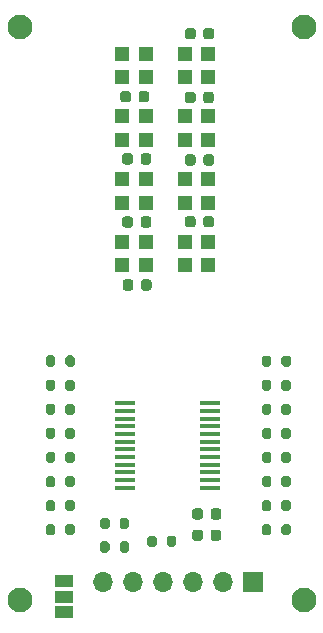
<source format=gts>
%TF.GenerationSoftware,KiCad,Pcbnew,(5.1.12)-1*%
%TF.CreationDate,2021-12-20T11:42:42-08:00*%
%TF.ProjectId,HighPressureSensorArray,48696768-5072-4657-9373-75726553656e,rev?*%
%TF.SameCoordinates,Original*%
%TF.FileFunction,Soldermask,Top*%
%TF.FilePolarity,Negative*%
%FSLAX46Y46*%
G04 Gerber Fmt 4.6, Leading zero omitted, Abs format (unit mm)*
G04 Created by KiCad (PCBNEW (5.1.12)-1) date 2021-12-20 11:42:42*
%MOMM*%
%LPD*%
G01*
G04 APERTURE LIST*
%ADD10R,1.750000X0.450000*%
%ADD11R,1.300000X1.300000*%
%ADD12C,2.100000*%
%ADD13R,1.500000X1.000000*%
%ADD14R,1.700000X1.700000*%
%ADD15O,1.700000X1.700000*%
G04 APERTURE END LIST*
G36*
G01*
X127525000Y-50630000D02*
X127525000Y-50130000D01*
G75*
G02*
X127750000Y-49905000I225000J0D01*
G01*
X128200000Y-49905000D01*
G75*
G02*
X128425000Y-50130000I0J-225000D01*
G01*
X128425000Y-50630000D01*
G75*
G02*
X128200000Y-50855000I-225000J0D01*
G01*
X127750000Y-50855000D01*
G75*
G02*
X127525000Y-50630000I0J225000D01*
G01*
G37*
G36*
G01*
X125975000Y-50630000D02*
X125975000Y-50130000D01*
G75*
G02*
X126200000Y-49905000I225000J0D01*
G01*
X126650000Y-49905000D01*
G75*
G02*
X126875000Y-50130000I0J-225000D01*
G01*
X126875000Y-50630000D01*
G75*
G02*
X126650000Y-50855000I-225000J0D01*
G01*
X126200000Y-50855000D01*
G75*
G02*
X125975000Y-50630000I0J225000D01*
G01*
G37*
G36*
G01*
X126145000Y-55890000D02*
X126145000Y-55390000D01*
G75*
G02*
X126370000Y-55165000I225000J0D01*
G01*
X126820000Y-55165000D01*
G75*
G02*
X127045000Y-55390000I0J-225000D01*
G01*
X127045000Y-55890000D01*
G75*
G02*
X126820000Y-56115000I-225000J0D01*
G01*
X126370000Y-56115000D01*
G75*
G02*
X126145000Y-55890000I0J225000D01*
G01*
G37*
G36*
G01*
X127695000Y-55890000D02*
X127695000Y-55390000D01*
G75*
G02*
X127920000Y-55165000I225000J0D01*
G01*
X128370000Y-55165000D01*
G75*
G02*
X128595000Y-55390000I0J-225000D01*
G01*
X128595000Y-55890000D01*
G75*
G02*
X128370000Y-56115000I-225000J0D01*
G01*
X127920000Y-56115000D01*
G75*
G02*
X127695000Y-55890000I0J225000D01*
G01*
G37*
G36*
G01*
X127695000Y-61230000D02*
X127695000Y-60730000D01*
G75*
G02*
X127920000Y-60505000I225000J0D01*
G01*
X128370000Y-60505000D01*
G75*
G02*
X128595000Y-60730000I0J-225000D01*
G01*
X128595000Y-61230000D01*
G75*
G02*
X128370000Y-61455000I-225000J0D01*
G01*
X127920000Y-61455000D01*
G75*
G02*
X127695000Y-61230000I0J225000D01*
G01*
G37*
G36*
G01*
X126145000Y-61230000D02*
X126145000Y-60730000D01*
G75*
G02*
X126370000Y-60505000I225000J0D01*
G01*
X126820000Y-60505000D01*
G75*
G02*
X127045000Y-60730000I0J-225000D01*
G01*
X127045000Y-61230000D01*
G75*
G02*
X126820000Y-61455000I-225000J0D01*
G01*
X126370000Y-61455000D01*
G75*
G02*
X126145000Y-61230000I0J225000D01*
G01*
G37*
G36*
G01*
X126185000Y-66560000D02*
X126185000Y-66060000D01*
G75*
G02*
X126410000Y-65835000I225000J0D01*
G01*
X126860000Y-65835000D01*
G75*
G02*
X127085000Y-66060000I0J-225000D01*
G01*
X127085000Y-66560000D01*
G75*
G02*
X126860000Y-66785000I-225000J0D01*
G01*
X126410000Y-66785000D01*
G75*
G02*
X126185000Y-66560000I0J225000D01*
G01*
G37*
G36*
G01*
X127735000Y-66560000D02*
X127735000Y-66060000D01*
G75*
G02*
X127960000Y-65835000I225000J0D01*
G01*
X128410000Y-65835000D01*
G75*
G02*
X128635000Y-66060000I0J-225000D01*
G01*
X128635000Y-66560000D01*
G75*
G02*
X128410000Y-66785000I-225000J0D01*
G01*
X127960000Y-66785000D01*
G75*
G02*
X127735000Y-66560000I0J225000D01*
G01*
G37*
G36*
G01*
X132365000Y-44780000D02*
X132365000Y-45280000D01*
G75*
G02*
X132140000Y-45505000I-225000J0D01*
G01*
X131690000Y-45505000D01*
G75*
G02*
X131465000Y-45280000I0J225000D01*
G01*
X131465000Y-44780000D01*
G75*
G02*
X131690000Y-44555000I225000J0D01*
G01*
X132140000Y-44555000D01*
G75*
G02*
X132365000Y-44780000I0J-225000D01*
G01*
G37*
G36*
G01*
X133915000Y-44780000D02*
X133915000Y-45280000D01*
G75*
G02*
X133690000Y-45505000I-225000J0D01*
G01*
X133240000Y-45505000D01*
G75*
G02*
X133015000Y-45280000I0J225000D01*
G01*
X133015000Y-44780000D01*
G75*
G02*
X133240000Y-44555000I225000J0D01*
G01*
X133690000Y-44555000D01*
G75*
G02*
X133915000Y-44780000I0J-225000D01*
G01*
G37*
G36*
G01*
X133905000Y-50190000D02*
X133905000Y-50690000D01*
G75*
G02*
X133680000Y-50915000I-225000J0D01*
G01*
X133230000Y-50915000D01*
G75*
G02*
X133005000Y-50690000I0J225000D01*
G01*
X133005000Y-50190000D01*
G75*
G02*
X133230000Y-49965000I225000J0D01*
G01*
X133680000Y-49965000D01*
G75*
G02*
X133905000Y-50190000I0J-225000D01*
G01*
G37*
G36*
G01*
X132355000Y-50190000D02*
X132355000Y-50690000D01*
G75*
G02*
X132130000Y-50915000I-225000J0D01*
G01*
X131680000Y-50915000D01*
G75*
G02*
X131455000Y-50690000I0J225000D01*
G01*
X131455000Y-50190000D01*
G75*
G02*
X131680000Y-49965000I225000J0D01*
G01*
X132130000Y-49965000D01*
G75*
G02*
X132355000Y-50190000I0J-225000D01*
G01*
G37*
G36*
G01*
X133915000Y-55480000D02*
X133915000Y-55980000D01*
G75*
G02*
X133690000Y-56205000I-225000J0D01*
G01*
X133240000Y-56205000D01*
G75*
G02*
X133015000Y-55980000I0J225000D01*
G01*
X133015000Y-55480000D01*
G75*
G02*
X133240000Y-55255000I225000J0D01*
G01*
X133690000Y-55255000D01*
G75*
G02*
X133915000Y-55480000I0J-225000D01*
G01*
G37*
G36*
G01*
X132365000Y-55480000D02*
X132365000Y-55980000D01*
G75*
G02*
X132140000Y-56205000I-225000J0D01*
G01*
X131690000Y-56205000D01*
G75*
G02*
X131465000Y-55980000I0J225000D01*
G01*
X131465000Y-55480000D01*
G75*
G02*
X131690000Y-55255000I225000J0D01*
G01*
X132140000Y-55255000D01*
G75*
G02*
X132365000Y-55480000I0J-225000D01*
G01*
G37*
G36*
G01*
X132355000Y-60710000D02*
X132355000Y-61210000D01*
G75*
G02*
X132130000Y-61435000I-225000J0D01*
G01*
X131680000Y-61435000D01*
G75*
G02*
X131455000Y-61210000I0J225000D01*
G01*
X131455000Y-60710000D01*
G75*
G02*
X131680000Y-60485000I225000J0D01*
G01*
X132130000Y-60485000D01*
G75*
G02*
X132355000Y-60710000I0J-225000D01*
G01*
G37*
G36*
G01*
X133905000Y-60710000D02*
X133905000Y-61210000D01*
G75*
G02*
X133680000Y-61435000I-225000J0D01*
G01*
X133230000Y-61435000D01*
G75*
G02*
X133005000Y-61210000I0J225000D01*
G01*
X133005000Y-60710000D01*
G75*
G02*
X133230000Y-60485000I225000J0D01*
G01*
X133680000Y-60485000D01*
G75*
G02*
X133905000Y-60710000I0J-225000D01*
G01*
G37*
G36*
G01*
X132075000Y-85950000D02*
X132075000Y-85450000D01*
G75*
G02*
X132300000Y-85225000I225000J0D01*
G01*
X132750000Y-85225000D01*
G75*
G02*
X132975000Y-85450000I0J-225000D01*
G01*
X132975000Y-85950000D01*
G75*
G02*
X132750000Y-86175000I-225000J0D01*
G01*
X132300000Y-86175000D01*
G75*
G02*
X132075000Y-85950000I0J225000D01*
G01*
G37*
G36*
G01*
X133625000Y-85950000D02*
X133625000Y-85450000D01*
G75*
G02*
X133850000Y-85225000I225000J0D01*
G01*
X134300000Y-85225000D01*
G75*
G02*
X134525000Y-85450000I0J-225000D01*
G01*
X134525000Y-85950000D01*
G75*
G02*
X134300000Y-86175000I-225000J0D01*
G01*
X133850000Y-86175000D01*
G75*
G02*
X133625000Y-85950000I0J225000D01*
G01*
G37*
G36*
G01*
X133625000Y-87750000D02*
X133625000Y-87250000D01*
G75*
G02*
X133850000Y-87025000I225000J0D01*
G01*
X134300000Y-87025000D01*
G75*
G02*
X134525000Y-87250000I0J-225000D01*
G01*
X134525000Y-87750000D01*
G75*
G02*
X134300000Y-87975000I-225000J0D01*
G01*
X133850000Y-87975000D01*
G75*
G02*
X133625000Y-87750000I0J225000D01*
G01*
G37*
G36*
G01*
X132075000Y-87750000D02*
X132075000Y-87250000D01*
G75*
G02*
X132300000Y-87025000I225000J0D01*
G01*
X132750000Y-87025000D01*
G75*
G02*
X132975000Y-87250000I0J-225000D01*
G01*
X132975000Y-87750000D01*
G75*
G02*
X132750000Y-87975000I-225000J0D01*
G01*
X132300000Y-87975000D01*
G75*
G02*
X132075000Y-87750000I0J225000D01*
G01*
G37*
G36*
G01*
X138775000Y-74522958D02*
X138775000Y-75072958D01*
G75*
G02*
X138575000Y-75272958I-200000J0D01*
G01*
X138175000Y-75272958D01*
G75*
G02*
X137975000Y-75072958I0J200000D01*
G01*
X137975000Y-74522958D01*
G75*
G02*
X138175000Y-74322958I200000J0D01*
G01*
X138575000Y-74322958D01*
G75*
G02*
X138775000Y-74522958I0J-200000D01*
G01*
G37*
G36*
G01*
X140425000Y-74522958D02*
X140425000Y-75072958D01*
G75*
G02*
X140225000Y-75272958I-200000J0D01*
G01*
X139825000Y-75272958D01*
G75*
G02*
X139625000Y-75072958I0J200000D01*
G01*
X139625000Y-74522958D01*
G75*
G02*
X139825000Y-74322958I200000J0D01*
G01*
X140225000Y-74322958D01*
G75*
G02*
X140425000Y-74522958I0J-200000D01*
G01*
G37*
G36*
G01*
X140425000Y-72482142D02*
X140425000Y-73032142D01*
G75*
G02*
X140225000Y-73232142I-200000J0D01*
G01*
X139825000Y-73232142D01*
G75*
G02*
X139625000Y-73032142I0J200000D01*
G01*
X139625000Y-72482142D01*
G75*
G02*
X139825000Y-72282142I200000J0D01*
G01*
X140225000Y-72282142D01*
G75*
G02*
X140425000Y-72482142I0J-200000D01*
G01*
G37*
G36*
G01*
X138775000Y-72482142D02*
X138775000Y-73032142D01*
G75*
G02*
X138575000Y-73232142I-200000J0D01*
G01*
X138175000Y-73232142D01*
G75*
G02*
X137975000Y-73032142I0J200000D01*
G01*
X137975000Y-72482142D01*
G75*
G02*
X138175000Y-72282142I200000J0D01*
G01*
X138575000Y-72282142D01*
G75*
G02*
X138775000Y-72482142I0J-200000D01*
G01*
G37*
G36*
G01*
X140425000Y-78604590D02*
X140425000Y-79154590D01*
G75*
G02*
X140225000Y-79354590I-200000J0D01*
G01*
X139825000Y-79354590D01*
G75*
G02*
X139625000Y-79154590I0J200000D01*
G01*
X139625000Y-78604590D01*
G75*
G02*
X139825000Y-78404590I200000J0D01*
G01*
X140225000Y-78404590D01*
G75*
G02*
X140425000Y-78604590I0J-200000D01*
G01*
G37*
G36*
G01*
X138775000Y-78604590D02*
X138775000Y-79154590D01*
G75*
G02*
X138575000Y-79354590I-200000J0D01*
G01*
X138175000Y-79354590D01*
G75*
G02*
X137975000Y-79154590I0J200000D01*
G01*
X137975000Y-78604590D01*
G75*
G02*
X138175000Y-78404590I200000J0D01*
G01*
X138575000Y-78404590D01*
G75*
G02*
X138775000Y-78604590I0J-200000D01*
G01*
G37*
G36*
G01*
X138775000Y-76563774D02*
X138775000Y-77113774D01*
G75*
G02*
X138575000Y-77313774I-200000J0D01*
G01*
X138175000Y-77313774D01*
G75*
G02*
X137975000Y-77113774I0J200000D01*
G01*
X137975000Y-76563774D01*
G75*
G02*
X138175000Y-76363774I200000J0D01*
G01*
X138575000Y-76363774D01*
G75*
G02*
X138775000Y-76563774I0J-200000D01*
G01*
G37*
G36*
G01*
X140425000Y-76563774D02*
X140425000Y-77113774D01*
G75*
G02*
X140225000Y-77313774I-200000J0D01*
G01*
X139825000Y-77313774D01*
G75*
G02*
X139625000Y-77113774I0J200000D01*
G01*
X139625000Y-76563774D01*
G75*
G02*
X139825000Y-76363774I200000J0D01*
G01*
X140225000Y-76363774D01*
G75*
G02*
X140425000Y-76563774I0J-200000D01*
G01*
G37*
G36*
G01*
X138775000Y-82686222D02*
X138775000Y-83236222D01*
G75*
G02*
X138575000Y-83436222I-200000J0D01*
G01*
X138175000Y-83436222D01*
G75*
G02*
X137975000Y-83236222I0J200000D01*
G01*
X137975000Y-82686222D01*
G75*
G02*
X138175000Y-82486222I200000J0D01*
G01*
X138575000Y-82486222D01*
G75*
G02*
X138775000Y-82686222I0J-200000D01*
G01*
G37*
G36*
G01*
X140425000Y-82686222D02*
X140425000Y-83236222D01*
G75*
G02*
X140225000Y-83436222I-200000J0D01*
G01*
X139825000Y-83436222D01*
G75*
G02*
X139625000Y-83236222I0J200000D01*
G01*
X139625000Y-82686222D01*
G75*
G02*
X139825000Y-82486222I200000J0D01*
G01*
X140225000Y-82486222D01*
G75*
G02*
X140425000Y-82686222I0J-200000D01*
G01*
G37*
G36*
G01*
X140425000Y-80645406D02*
X140425000Y-81195406D01*
G75*
G02*
X140225000Y-81395406I-200000J0D01*
G01*
X139825000Y-81395406D01*
G75*
G02*
X139625000Y-81195406I0J200000D01*
G01*
X139625000Y-80645406D01*
G75*
G02*
X139825000Y-80445406I200000J0D01*
G01*
X140225000Y-80445406D01*
G75*
G02*
X140425000Y-80645406I0J-200000D01*
G01*
G37*
G36*
G01*
X138775000Y-80645406D02*
X138775000Y-81195406D01*
G75*
G02*
X138575000Y-81395406I-200000J0D01*
G01*
X138175000Y-81395406D01*
G75*
G02*
X137975000Y-81195406I0J200000D01*
G01*
X137975000Y-80645406D01*
G75*
G02*
X138175000Y-80445406I200000J0D01*
G01*
X138575000Y-80445406D01*
G75*
G02*
X138775000Y-80645406I0J-200000D01*
G01*
G37*
G36*
G01*
X140425000Y-86767857D02*
X140425000Y-87317857D01*
G75*
G02*
X140225000Y-87517857I-200000J0D01*
G01*
X139825000Y-87517857D01*
G75*
G02*
X139625000Y-87317857I0J200000D01*
G01*
X139625000Y-86767857D01*
G75*
G02*
X139825000Y-86567857I200000J0D01*
G01*
X140225000Y-86567857D01*
G75*
G02*
X140425000Y-86767857I0J-200000D01*
G01*
G37*
G36*
G01*
X138775000Y-86767857D02*
X138775000Y-87317857D01*
G75*
G02*
X138575000Y-87517857I-200000J0D01*
G01*
X138175000Y-87517857D01*
G75*
G02*
X137975000Y-87317857I0J200000D01*
G01*
X137975000Y-86767857D01*
G75*
G02*
X138175000Y-86567857I200000J0D01*
G01*
X138575000Y-86567857D01*
G75*
G02*
X138775000Y-86767857I0J-200000D01*
G01*
G37*
G36*
G01*
X138775000Y-84727038D02*
X138775000Y-85277038D01*
G75*
G02*
X138575000Y-85477038I-200000J0D01*
G01*
X138175000Y-85477038D01*
G75*
G02*
X137975000Y-85277038I0J200000D01*
G01*
X137975000Y-84727038D01*
G75*
G02*
X138175000Y-84527038I200000J0D01*
G01*
X138575000Y-84527038D01*
G75*
G02*
X138775000Y-84727038I0J-200000D01*
G01*
G37*
G36*
G01*
X140425000Y-84727038D02*
X140425000Y-85277038D01*
G75*
G02*
X140225000Y-85477038I-200000J0D01*
G01*
X139825000Y-85477038D01*
G75*
G02*
X139625000Y-85277038I0J200000D01*
G01*
X139625000Y-84727038D01*
G75*
G02*
X139825000Y-84527038I200000J0D01*
G01*
X140225000Y-84527038D01*
G75*
G02*
X140425000Y-84727038I0J-200000D01*
G01*
G37*
G36*
G01*
X119675000Y-85276016D02*
X119675000Y-84726016D01*
G75*
G02*
X119875000Y-84526016I200000J0D01*
G01*
X120275000Y-84526016D01*
G75*
G02*
X120475000Y-84726016I0J-200000D01*
G01*
X120475000Y-85276016D01*
G75*
G02*
X120275000Y-85476016I-200000J0D01*
G01*
X119875000Y-85476016D01*
G75*
G02*
X119675000Y-85276016I0J200000D01*
G01*
G37*
G36*
G01*
X121325000Y-85276016D02*
X121325000Y-84726016D01*
G75*
G02*
X121525000Y-84526016I200000J0D01*
G01*
X121925000Y-84526016D01*
G75*
G02*
X122125000Y-84726016I0J-200000D01*
G01*
X122125000Y-85276016D01*
G75*
G02*
X121925000Y-85476016I-200000J0D01*
G01*
X121525000Y-85476016D01*
G75*
G02*
X121325000Y-85276016I0J200000D01*
G01*
G37*
G36*
G01*
X119675000Y-87317857D02*
X119675000Y-86767857D01*
G75*
G02*
X119875000Y-86567857I200000J0D01*
G01*
X120275000Y-86567857D01*
G75*
G02*
X120475000Y-86767857I0J-200000D01*
G01*
X120475000Y-87317857D01*
G75*
G02*
X120275000Y-87517857I-200000J0D01*
G01*
X119875000Y-87517857D01*
G75*
G02*
X119675000Y-87317857I0J200000D01*
G01*
G37*
G36*
G01*
X121325000Y-87317857D02*
X121325000Y-86767857D01*
G75*
G02*
X121525000Y-86567857I200000J0D01*
G01*
X121925000Y-86567857D01*
G75*
G02*
X122125000Y-86767857I0J-200000D01*
G01*
X122125000Y-87317857D01*
G75*
G02*
X121925000Y-87517857I-200000J0D01*
G01*
X121525000Y-87517857D01*
G75*
G02*
X121325000Y-87317857I0J200000D01*
G01*
G37*
G36*
G01*
X119675000Y-81192344D02*
X119675000Y-80642344D01*
G75*
G02*
X119875000Y-80442344I200000J0D01*
G01*
X120275000Y-80442344D01*
G75*
G02*
X120475000Y-80642344I0J-200000D01*
G01*
X120475000Y-81192344D01*
G75*
G02*
X120275000Y-81392344I-200000J0D01*
G01*
X119875000Y-81392344D01*
G75*
G02*
X119675000Y-81192344I0J200000D01*
G01*
G37*
G36*
G01*
X121325000Y-81192344D02*
X121325000Y-80642344D01*
G75*
G02*
X121525000Y-80442344I200000J0D01*
G01*
X121925000Y-80442344D01*
G75*
G02*
X122125000Y-80642344I0J-200000D01*
G01*
X122125000Y-81192344D01*
G75*
G02*
X121925000Y-81392344I-200000J0D01*
G01*
X121525000Y-81392344D01*
G75*
G02*
X121325000Y-81192344I0J200000D01*
G01*
G37*
G36*
G01*
X121325000Y-83234180D02*
X121325000Y-82684180D01*
G75*
G02*
X121525000Y-82484180I200000J0D01*
G01*
X121925000Y-82484180D01*
G75*
G02*
X122125000Y-82684180I0J-200000D01*
G01*
X122125000Y-83234180D01*
G75*
G02*
X121925000Y-83434180I-200000J0D01*
G01*
X121525000Y-83434180D01*
G75*
G02*
X121325000Y-83234180I0J200000D01*
G01*
G37*
G36*
G01*
X119675000Y-83234180D02*
X119675000Y-82684180D01*
G75*
G02*
X119875000Y-82484180I200000J0D01*
G01*
X120275000Y-82484180D01*
G75*
G02*
X120475000Y-82684180I0J-200000D01*
G01*
X120475000Y-83234180D01*
G75*
G02*
X120275000Y-83434180I-200000J0D01*
G01*
X119875000Y-83434180D01*
G75*
G02*
X119675000Y-83234180I0J200000D01*
G01*
G37*
G36*
G01*
X119675000Y-77108672D02*
X119675000Y-76558672D01*
G75*
G02*
X119875000Y-76358672I200000J0D01*
G01*
X120275000Y-76358672D01*
G75*
G02*
X120475000Y-76558672I0J-200000D01*
G01*
X120475000Y-77108672D01*
G75*
G02*
X120275000Y-77308672I-200000J0D01*
G01*
X119875000Y-77308672D01*
G75*
G02*
X119675000Y-77108672I0J200000D01*
G01*
G37*
G36*
G01*
X121325000Y-77108672D02*
X121325000Y-76558672D01*
G75*
G02*
X121525000Y-76358672I200000J0D01*
G01*
X121925000Y-76358672D01*
G75*
G02*
X122125000Y-76558672I0J-200000D01*
G01*
X122125000Y-77108672D01*
G75*
G02*
X121925000Y-77308672I-200000J0D01*
G01*
X121525000Y-77308672D01*
G75*
G02*
X121325000Y-77108672I0J200000D01*
G01*
G37*
G36*
G01*
X121325000Y-79150508D02*
X121325000Y-78600508D01*
G75*
G02*
X121525000Y-78400508I200000J0D01*
G01*
X121925000Y-78400508D01*
G75*
G02*
X122125000Y-78600508I0J-200000D01*
G01*
X122125000Y-79150508D01*
G75*
G02*
X121925000Y-79350508I-200000J0D01*
G01*
X121525000Y-79350508D01*
G75*
G02*
X121325000Y-79150508I0J200000D01*
G01*
G37*
G36*
G01*
X119675000Y-79150508D02*
X119675000Y-78600508D01*
G75*
G02*
X119875000Y-78400508I200000J0D01*
G01*
X120275000Y-78400508D01*
G75*
G02*
X120475000Y-78600508I0J-200000D01*
G01*
X120475000Y-79150508D01*
G75*
G02*
X120275000Y-79350508I-200000J0D01*
G01*
X119875000Y-79350508D01*
G75*
G02*
X119675000Y-79150508I0J200000D01*
G01*
G37*
G36*
G01*
X119675000Y-73025000D02*
X119675000Y-72475000D01*
G75*
G02*
X119875000Y-72275000I200000J0D01*
G01*
X120275000Y-72275000D01*
G75*
G02*
X120475000Y-72475000I0J-200000D01*
G01*
X120475000Y-73025000D01*
G75*
G02*
X120275000Y-73225000I-200000J0D01*
G01*
X119875000Y-73225000D01*
G75*
G02*
X119675000Y-73025000I0J200000D01*
G01*
G37*
G36*
G01*
X121325000Y-73025000D02*
X121325000Y-72475000D01*
G75*
G02*
X121525000Y-72275000I200000J0D01*
G01*
X121925000Y-72275000D01*
G75*
G02*
X122125000Y-72475000I0J-200000D01*
G01*
X122125000Y-73025000D01*
G75*
G02*
X121925000Y-73225000I-200000J0D01*
G01*
X121525000Y-73225000D01*
G75*
G02*
X121325000Y-73025000I0J200000D01*
G01*
G37*
G36*
G01*
X121325000Y-75066836D02*
X121325000Y-74516836D01*
G75*
G02*
X121525000Y-74316836I200000J0D01*
G01*
X121925000Y-74316836D01*
G75*
G02*
X122125000Y-74516836I0J-200000D01*
G01*
X122125000Y-75066836D01*
G75*
G02*
X121925000Y-75266836I-200000J0D01*
G01*
X121525000Y-75266836D01*
G75*
G02*
X121325000Y-75066836I0J200000D01*
G01*
G37*
G36*
G01*
X119675000Y-75066836D02*
X119675000Y-74516836D01*
G75*
G02*
X119875000Y-74316836I200000J0D01*
G01*
X120275000Y-74316836D01*
G75*
G02*
X120475000Y-74516836I0J-200000D01*
G01*
X120475000Y-75066836D01*
G75*
G02*
X120275000Y-75266836I-200000J0D01*
G01*
X119875000Y-75266836D01*
G75*
G02*
X119675000Y-75066836I0J200000D01*
G01*
G37*
G36*
G01*
X126725000Y-88225000D02*
X126725000Y-88775000D01*
G75*
G02*
X126525000Y-88975000I-200000J0D01*
G01*
X126125000Y-88975000D01*
G75*
G02*
X125925000Y-88775000I0J200000D01*
G01*
X125925000Y-88225000D01*
G75*
G02*
X126125000Y-88025000I200000J0D01*
G01*
X126525000Y-88025000D01*
G75*
G02*
X126725000Y-88225000I0J-200000D01*
G01*
G37*
G36*
G01*
X125075000Y-88225000D02*
X125075000Y-88775000D01*
G75*
G02*
X124875000Y-88975000I-200000J0D01*
G01*
X124475000Y-88975000D01*
G75*
G02*
X124275000Y-88775000I0J200000D01*
G01*
X124275000Y-88225000D01*
G75*
G02*
X124475000Y-88025000I200000J0D01*
G01*
X124875000Y-88025000D01*
G75*
G02*
X125075000Y-88225000I0J-200000D01*
G01*
G37*
G36*
G01*
X125075000Y-86225000D02*
X125075000Y-86775000D01*
G75*
G02*
X124875000Y-86975000I-200000J0D01*
G01*
X124475000Y-86975000D01*
G75*
G02*
X124275000Y-86775000I0J200000D01*
G01*
X124275000Y-86225000D01*
G75*
G02*
X124475000Y-86025000I200000J0D01*
G01*
X124875000Y-86025000D01*
G75*
G02*
X125075000Y-86225000I0J-200000D01*
G01*
G37*
G36*
G01*
X126725000Y-86225000D02*
X126725000Y-86775000D01*
G75*
G02*
X126525000Y-86975000I-200000J0D01*
G01*
X126125000Y-86975000D01*
G75*
G02*
X125925000Y-86775000I0J200000D01*
G01*
X125925000Y-86225000D01*
G75*
G02*
X126125000Y-86025000I200000J0D01*
G01*
X126525000Y-86025000D01*
G75*
G02*
X126725000Y-86225000I0J-200000D01*
G01*
G37*
G36*
G01*
X129075000Y-87725000D02*
X129075000Y-88275000D01*
G75*
G02*
X128875000Y-88475000I-200000J0D01*
G01*
X128475000Y-88475000D01*
G75*
G02*
X128275000Y-88275000I0J200000D01*
G01*
X128275000Y-87725000D01*
G75*
G02*
X128475000Y-87525000I200000J0D01*
G01*
X128875000Y-87525000D01*
G75*
G02*
X129075000Y-87725000I0J-200000D01*
G01*
G37*
G36*
G01*
X130725000Y-87725000D02*
X130725000Y-88275000D01*
G75*
G02*
X130525000Y-88475000I-200000J0D01*
G01*
X130125000Y-88475000D01*
G75*
G02*
X129925000Y-88275000I0J200000D01*
G01*
X129925000Y-87725000D01*
G75*
G02*
X130125000Y-87525000I200000J0D01*
G01*
X130525000Y-87525000D01*
G75*
G02*
X130725000Y-87725000I0J-200000D01*
G01*
G37*
D10*
X133600000Y-83475000D03*
X133600000Y-82825000D03*
X133600000Y-82175000D03*
X133600000Y-81525000D03*
X133600000Y-80875000D03*
X133600000Y-80225000D03*
X133600000Y-79575000D03*
X133600000Y-78925000D03*
X133600000Y-78275000D03*
X133600000Y-77625000D03*
X133600000Y-76975000D03*
X133600000Y-76325000D03*
X126400000Y-76325000D03*
X126400000Y-76975000D03*
X126400000Y-77625000D03*
X126400000Y-78275000D03*
X126400000Y-78925000D03*
X126400000Y-79575000D03*
X126400000Y-80225000D03*
X126400000Y-80875000D03*
X126400000Y-81525000D03*
X126400000Y-82175000D03*
X126400000Y-82825000D03*
X126400000Y-83475000D03*
D11*
X133436600Y-62630400D03*
X133436600Y-64630400D03*
X131436600Y-62630400D03*
X131436600Y-64630400D03*
X133436600Y-57330400D03*
X133436600Y-59330400D03*
X131436600Y-57330400D03*
X131436600Y-59330400D03*
X133436600Y-52030400D03*
X133436600Y-54030400D03*
X131436600Y-52030400D03*
X131436600Y-54030400D03*
X131436600Y-48730400D03*
X131436600Y-46730400D03*
X133436600Y-48730400D03*
X133436600Y-46730400D03*
X126136600Y-48730400D03*
X126136600Y-46730400D03*
X128136600Y-48730400D03*
X128136600Y-46730400D03*
X128136600Y-52030400D03*
X128136600Y-54030400D03*
X126136600Y-52030400D03*
X126136600Y-54030400D03*
X126136600Y-59330400D03*
X126136600Y-57330400D03*
X128136600Y-59330400D03*
X128136600Y-57330400D03*
X126136600Y-64630400D03*
X126136600Y-62630400D03*
X128136600Y-64630400D03*
X128136600Y-62630400D03*
D12*
X117500000Y-44500000D03*
X141500000Y-44500000D03*
X141500000Y-93000000D03*
X117500000Y-93000000D03*
D13*
X121250000Y-94000000D03*
X121250000Y-91400000D03*
X121250000Y-92700000D03*
D14*
X137250000Y-91500000D03*
D15*
X134710000Y-91500000D03*
X132170000Y-91500000D03*
X129630000Y-91500000D03*
X127090000Y-91500000D03*
X124550000Y-91500000D03*
M02*

</source>
